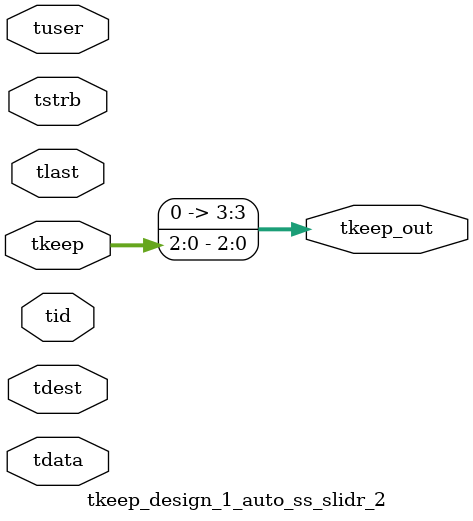
<source format=v>


`timescale 1ps/1ps

module tkeep_design_1_auto_ss_slidr_2 #
(
parameter C_S_AXIS_TDATA_WIDTH = 32,
parameter C_S_AXIS_TUSER_WIDTH = 0,
parameter C_S_AXIS_TID_WIDTH   = 0,
parameter C_S_AXIS_TDEST_WIDTH = 0,
parameter C_M_AXIS_TDATA_WIDTH = 32
)
(
input  [(C_S_AXIS_TDATA_WIDTH == 0 ? 1 : C_S_AXIS_TDATA_WIDTH)-1:0     ] tdata,
input  [(C_S_AXIS_TUSER_WIDTH == 0 ? 1 : C_S_AXIS_TUSER_WIDTH)-1:0     ] tuser,
input  [(C_S_AXIS_TID_WIDTH   == 0 ? 1 : C_S_AXIS_TID_WIDTH)-1:0       ] tid,
input  [(C_S_AXIS_TDEST_WIDTH == 0 ? 1 : C_S_AXIS_TDEST_WIDTH)-1:0     ] tdest,
input  [(C_S_AXIS_TDATA_WIDTH/8)-1:0 ] tkeep,
input  [(C_S_AXIS_TDATA_WIDTH/8)-1:0 ] tstrb,
input                                                                    tlast,
output [(C_M_AXIS_TDATA_WIDTH/8)-1:0 ] tkeep_out
);

assign tkeep_out = {tkeep[2:0]};

endmodule


</source>
